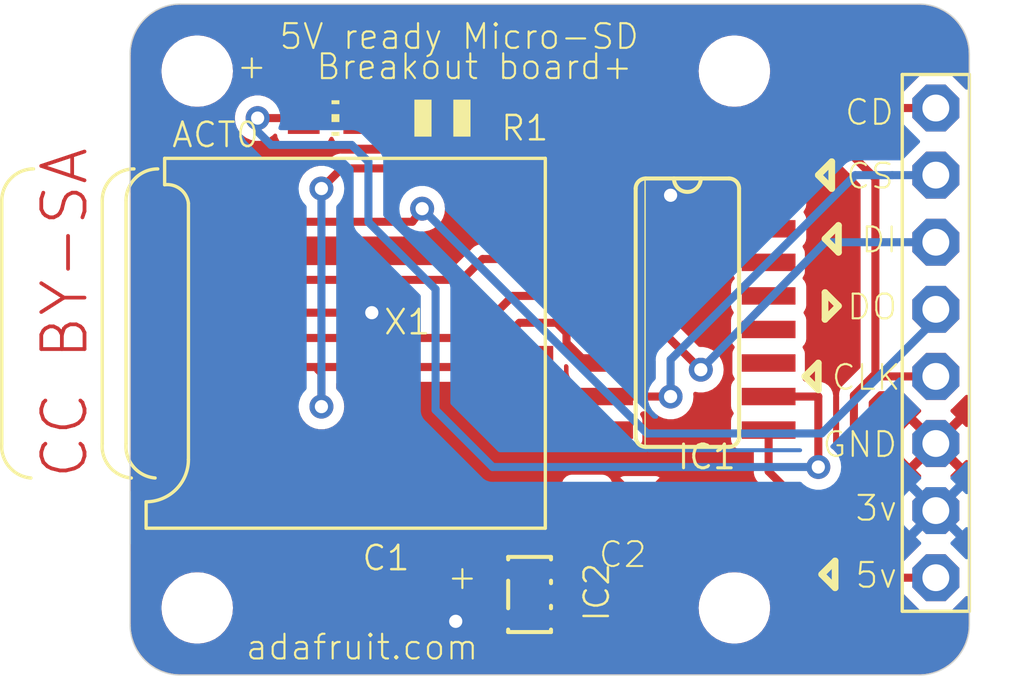
<source format=kicad_pcb>
(kicad_pcb (version 20221018) (generator pcbnew)
  (layers (0 "F.Cu" signal) (1 "In1.Cu" signal) (2 "In2.Cu" signal) (3 "In3.Cu" signal) (4 "In4.Cu" signal) (5 "In5.Cu" signal) (6 "In6.Cu" signal) (7 "In7.Cu" signal) (8 "In8.Cu" signal) (9 "In9.Cu" signal) (10 "In10.Cu" signal) (11 "In11.Cu" signal) (12 "In12.Cu" signal) (13 "In13.Cu" signal) (14 "In14.Cu" signal) (31 "B.Cu" signal) (34 "B.Paste" user) (35 "F.Paste" user) (36 "B.SilkS" user "B.Silkscreen") (37 "F.SilkS" user "F.Silkscreen") (38 "B.Mask" user) (39 "F.Mask" user) (44 "Edge.Cuts" user))
  (net 0 "")
  (net 1 "GND")
  (net 2 "+3V3")
  (net 3 "N$1")
  (net 4 "N$2")
  (net 5 "N$3")
  (net 6 "VCC")
  (net 7 "CD")
  (net 8 "DO")
  (net 9 "DI")
  (net 10 "CLK")
  (net 11 "CS")
  (net 12 "N$4")
  (net 13 "N$5")
  (footprint "" (layer "F.Cu") (at 155.4861 94.8436)
    (fp_text reference "@HOLE2" hide)
    (fp_text value "" (at 0 0) (layer "F.SilkS") (effects (font (size 1.27 1.27))))
    (pad "" np_thru_hole circle (at 0 0) (size 2.2 2.2) (drill 2.2) (layers "*.Cu" "*.Mask"))
  )
  (footprint "" (layer "F.Cu") (at 135.1661 115.1636)
    (fp_text reference "@HOLE1" hide)
    (fp_text value "" (at 0 0) (layer "F.SilkS") (effects (font (size 1.27 1.27))))
    (pad "" np_thru_hole circle (at 0 0) (size 2.2 2.2) (drill 2.2) (layers "*.Cu" "*.Mask"))
  )
  (footprint "working:SO16" (layer "F.Cu") (at 153.7081 103.9876 -90)
    (fp_text reference "IC1" (at 5.461 -1.905) (layer "F.SilkS") (effects (font (size 0.9017 0.9017) (thickness 0.1143)) (justify right)))
    (fp_text value "4050D")
    (fp_line (start -5.08 -1.5748) (end -5.08 -0.508) (stroke (width 0.1524)) (layer "F.SilkS"))
    (fp_line (start -5.08 -0.508) (end -5.08 0.508) (stroke (width 0.1524)) (layer "F.SilkS"))
    (fp_line (start -5.08 0.508) (end -5.08 1.5748) (stroke (width 0.1524)) (layer "F.SilkS"))
    (fp_line (start -5.08 1.6002) (end 5.08 1.6002) (stroke (width 0.0508)) (layer "F.SilkS"))
    (fp_line (start -4.699 1.9558) (end 4.699 1.9558) (stroke (width 0.1524)) (layer "F.SilkS"))
    (fp_line (start 4.699 -1.9558) (end -4.699 -1.9558) (stroke (width 0.1524)) (layer "F.SilkS"))
    (fp_line (start 5.08 1.5748) (end 5.08 -1.5748) (stroke (width 0.1524)) (layer "F.SilkS"))
    (fp_arc (start -5.08 -1.5748) (mid -4.968408 -1.844208) (end -4.699 -1.9558) (stroke (width 0.1524)) (layer "F.SilkS"))
    (fp_arc (start -5.08 -0.508) (mid -4.572 0) (end -5.08 0.508) (stroke (width 0.1524)) (layer "F.SilkS"))
    (fp_arc (start -4.699 1.9558) (mid -4.968408 1.844208) (end -5.08 1.5748) (stroke (width 0.1524)) (layer "F.SilkS"))
    (fp_arc (start 4.699 -1.9558) (mid 4.968408 -1.844208) (end 5.08 -1.5748) (stroke (width 0.1524)) (layer "F.SilkS"))
    (fp_arc (start 5.08 1.5748) (mid 4.968408 1.844208) (end 4.699 1.9558) (stroke (width 0.1524)) (layer "F.SilkS"))
    (pad "1" smd rect (at -4.445 3.0734 270) (size 0.6604 2.032) (layers "F.Cu" "F.Paste" "F.Mask") (net 2 "+3V3"))
    (pad "2" smd rect (at -3.175 3.0734 270) (size 0.6604 2.032) (layers "F.Cu" "F.Paste" "F.Mask") (net 4 "N$2"))
    (pad "3" smd rect (at -1.905 3.0734 270) (size 0.6604 2.032) (layers "F.Cu" "F.Paste" "F.Mask") (net 10 "CLK"))
    (pad "4" smd rect (at -0.635 3.0734 270) (size 0.6604 2.032) (layers "F.Cu" "F.Paste" "F.Mask") (net 13 "N$5"))
    (pad "5" smd rect (at 0.635 3.0734 270) (size 0.6604 2.032) (layers "F.Cu" "F.Paste" "F.Mask") (net 9 "DI"))
    (pad "6" smd rect (at 1.905 3.0734 270) (size 0.6604 2.032) (layers "F.Cu" "F.Paste" "F.Mask") (net 5 "N$3"))
    (pad "7" smd rect (at 3.175 3.0734 270) (size 0.6604 2.032) (layers "F.Cu" "F.Paste" "F.Mask") (net 11 "CS"))
    (pad "8" smd rect (at 4.445 3.0734 270) (size 0.6604 2.032) (layers "F.Cu" "F.Paste" "F.Mask") (net 1 "GND"))
    (pad "9" smd rect (at 4.445 -3.0734 270) (size 0.6604 2.032) (layers "F.Cu" "F.Paste" "F.Mask") (net 10 "CLK"))
    (pad "10" smd rect (at 3.175 -3.0734 270) (size 0.6604 2.032) (layers "F.Cu" "F.Paste" "F.Mask") (net 3 "N$1"))
    (pad "11" smd rect (at 1.905 -3.0734 270) (size 0.6604 2.032) (layers "F.Cu" "F.Paste" "F.Mask") (net 1 "GND"))
    (pad "12" smd rect (at 0.635 -3.0734 270) (size 0.6604 2.032) (layers "F.Cu" "F.Paste" "F.Mask"))
    (pad "13" smd rect (at -0.635 -3.0734 270) (size 0.6604 2.032) (layers "F.Cu" "F.Paste" "F.Mask"))
    (pad "14" smd rect (at -1.905 -3.0734 270) (size 0.6604 2.032) (layers "F.Cu" "F.Paste" "F.Mask") (net 1 "GND"))
    (pad "15" smd rect (at -3.175 -3.0734 270) (size 0.6604 2.032) (layers "F.Cu" "F.Paste" "F.Mask"))
    (pad "16" smd rect (at -4.445 -3.0734 270) (size 0.6604 2.032) (layers "F.Cu" "F.Paste" "F.Mask"))
  )
  (footprint "" (layer "F.Cu") (at 155.4861 115.1636)
    (fp_text reference "@HOLE3" hide)
    (fp_text value "" (at 0 0) (layer "F.SilkS") (effects (font (size 1.27 1.27))))
    (pad "" np_thru_hole circle (at 0 0) (size 2.2 2.2) (drill 2.2) (layers "*.Cu" "*.Mask"))
  )
  (footprint "" (layer "F.Cu") (at 135.1661 94.8436)
    (fp_text reference "@HOLE0" hide)
    (fp_text value "" (at 0 0) (layer "F.SilkS") (effects (font (size 1.27 1.27))))
    (pad "" np_thru_hole circle (at 0 0) (size 2.2 2.2) (drill 2.2) (layers "*.Cu" "*.Mask"))
  )
  (footprint "working:A_3216-18R" (layer "F.Cu") (at 142.0241 114.5286)
    (fp_text reference "C1" (at -0.68 -1.254) (layer "F.SilkS") (effects (font (size 0.922528 0.922528) (thickness 0.093472)) (justify left)))
    (fp_text value "10uF/10V")
    (fp_text user "+" (at 2.54 0) (layer "F.SilkS") (effects (font (size 0.93472 0.93472) (thickness 0.08128)) (justify left bottom)))
    (pad "+" smd rect (at 1.375 0) (size 1.95 1.5) (layers "F.Cu" "F.Paste" "F.Mask") (net 2 "+3V3"))
    (pad "-" smd rect (at -1.375 0) (size 1.95 1.5) (layers "F.Cu" "F.Paste" "F.Mask") (net 1 "GND"))
  )
  (footprint "working:FIDUCIAL_1MM" (layer "F.Cu") (at 159.1691 94.2086)
    (fp_text reference "U$2" hide)
    (fp_text value "FIDUCIAL" hide)
    (pad "1" smd roundrect (at 0 0) (size 1 1) (layers "F.Cu") (roundrect_rratio 0.5))
    (zone (net 0) (net_name "") (layer "F.Cu") (connect_pads (clearance 0)) (min_thickness 0.25)
      (keepout (tracks not_allowed) (vias not_allowed) (pads not_allowed) (copperpour not_allowed) (footprints allowed))
      (fill (thermal_gap 0.5) (thermal_bridge_width 0.5))
      (polygon (pts (xy 158.1691 94.2086) (xy 158.1691 94.2086) (xy 158.188315 94.40369) (xy 158.24522 94.591283) (xy 158.33763 94.76417) (xy 158.461993 94.915707) (xy 158.61353 95.04007) (xy 158.786417 95.13248) (xy 159.1691 95.2086) (xy 159.1691 95.2086) (xy 159.36419 95.189385) (xy 159.551783 95.13248) (xy 159.72467 95.04007) (xy 159.876207 94.915707) (xy 160.00057 94.76417) (xy 160.09298 94.591283) (xy 160.1691 94.2086) (xy 160.1691 94.2086) (xy 160.149885 94.01351) (xy 160.09298 93.825917) (xy 160.00057 93.65303) (xy 159.876207 93.501493) (xy 159.72467 93.37713) (xy 159.551783 93.28472) (xy 159.1691 93.2086) (xy 159.1691 93.2086) (xy 158.97401 93.227815) (xy 158.786417 93.28472) (xy 158.61353 93.37713) (xy 158.461993 93.501493) (xy 158.33763 93.65303) (xy 158.24522 93.825917)))
    )
  )
  (footprint "working:SOT23-5L" (layer "F.Cu") (at 147.7391 114.6556 90)
    (fp_text reference "IC2" (at 1.27 2.54 90) (layer "F.SilkS") (effects (font (size 0.922528 0.922528) (thickness 0.093472)) (justify right)))
    (fp_text value "LP298XS")
    (fp_line (start -1.422 -0.81) (end -1.328 -0.81) (stroke (width 0.1524)) (layer "F.SilkS"))
    (fp_line (start -1.422 0.81) (end -1.422 -0.81) (stroke (width 0.1524)) (layer "F.SilkS"))
    (fp_line (start -1.328 0.81) (end -1.422 0.81) (stroke (width 0.1524)) (layer "F.SilkS"))
    (fp_line (start -0.522 -0.81) (end 0.522 -0.81) (stroke (width 0.1524)) (layer "F.SilkS"))
    (fp_line (start -0.428 0.81) (end -0.522 0.81) (stroke (width 0.1524)) (layer "F.SilkS"))
    (fp_line (start 0.522 0.81) (end 0.428 0.81) (stroke (width 0.1524)) (layer "F.SilkS"))
    (fp_line (start 1.328 -0.81) (end 1.422 -0.81) (stroke (width 0.1524)) (layer "F.SilkS"))
    (fp_line (start 1.422 -0.81) (end 1.422 0.81) (stroke (width 0.1524)) (layer "F.SilkS"))
    (fp_line (start 1.422 0.81) (end 1.328 0.81) (stroke (width 0.1524)) (layer "F.SilkS"))
    (pad "1" smd rect (at -0.95 1.3 90) (size 0.55 1.2) (layers "F.Cu" "F.Paste" "F.Mask") (net 6 "VCC"))
    (pad "2" smd rect (at 0 1.3 90) (size 0.55 1.2) (layers "F.Cu" "F.Paste" "F.Mask") (net 1 "GND"))
    (pad "3" smd rect (at 0.95 1.3 90) (size 0.55 1.2) (layers "F.Cu" "F.Paste" "F.Mask") (net 6 "VCC"))
    (pad "4" smd rect (at 0.95 -1.3 90) (size 0.55 1.2) (layers "F.Cu" "F.Paste" "F.Mask"))
    (pad "5" smd rect (at -0.95 -1.3 90) (size 0.55 1.2) (layers "F.Cu" "F.Paste" "F.Mask") (net 2 "+3V3"))
  )
  (footprint "working:FIDUCIAL_1MM" (layer "F.Cu") (at 137.7061 109.9566)
    (fp_text reference "U$1" hide)
    (fp_text value "FIDUCIAL" hide)
    (pad "1" smd roundrect (at 0 0) (size 1 1) (layers "F.Cu") (roundrect_rratio 0.5))
    (zone (net 0) (net_name "") (layer "F.Cu") (connect_pads (clearance 0)) (min_thickness 0.25)
      (keepout (tracks not_allowed) (vias not_allowed) (pads not_allowed) (copperpour not_allowed) (footprints allowed))
      (fill (thermal_gap 0.5) (thermal_bridge_width 0.5))
      (polygon (pts (xy 136.7061 109.9566) (xy 136.7061 109.9566) (xy 136.725315 110.15169) (xy 136.78222 110.339283) (xy 136.87463 110.51217) (xy 136.998993 110.663707) (xy 137.15053 110.78807) (xy 137.323417 110.88048) (xy 137.7061 110.9566) (xy 137.7061 110.9566) (xy 137.90119 110.937385) (xy 138.088783 110.88048) (xy 138.26167 110.78807) (xy 138.413207 110.663707) (xy 138.53757 110.51217) (xy 138.62998 110.339283) (xy 138.7061 109.9566) (xy 138.7061 109.9566) (xy 138.686885 109.76151) (xy 138.62998 109.573917) (xy 138.53757 109.40103) (xy 138.413207 109.249493) (xy 138.26167 109.12513) (xy 138.088783 109.03272) (xy 137.7061 108.9566) (xy 137.7061 108.9566) (xy 137.51101 108.975815) (xy 137.323417 109.03272) (xy 137.15053 109.12513) (xy 136.998993 109.249493) (xy 136.87463 109.40103) (xy 136.78222 109.573917)))
    )
  )
  (footprint "working:R0805" (layer "F.Cu") (at 144.4371 96.6216 180)
    (fp_text reference "R1" (at -2.159 -0.381) (layer "F.SilkS") (effects (font (size 0.922528 0.922528) (thickness 0.093472)) (justify left)))
    (fp_text value "1K")
    (fp_poly (pts (xy -1.0668 0.6985) (xy -0.4168 0.6985) (xy -0.4168 -0.7015) (xy -1.0668 -0.7015)) (fill solid) (layer "F.SilkS"))
    (fp_poly (pts (xy 0.4064 0.6985) (xy 1.0564 0.6985) (xy 1.0564 -0.7015) (xy 0.4064 -0.7015)) (fill solid) (layer "F.SilkS"))
    (pad "1" smd rect (at -1 0 180) (size 1.1 1.4) (layers "F.Cu" "F.Paste" "F.Mask") (net 5 "N$3"))
    (pad "2" smd rect (at 1 0 180) (size 1.1 1.4) (layers "F.Cu" "F.Paste" "F.Mask") (net 12 "N$4"))
  )
  (footprint "working:CHIP-LED0805" (layer "F.Cu") (at 140.2461 96.6216 -90)
    (fp_text reference "ACT0" (at 0.635 6.096) (layer "F.SilkS") (effects (font (size 0.922528 0.922528) (thickness 0.093472)) (justify left)))
    (fp_text value "RED")
    (fp_text user "+" (at -1.27 2.54 -90) (layer "F.SilkS") (effects (font (size 0.93472 0.93472) (thickness 0.08128)) (justify left bottom)))
    (fp_poly (pts (xy -0.675 0) (xy -0.525 0) (xy -0.525 -0.3) (xy -0.675 -0.3)) (fill solid) (layer "F.SilkS"))
    (fp_poly (pts (xy -0.15 0) (xy 0.15 0) (xy 0.15 -0.3) (xy -0.15 -0.3)) (fill solid) (layer "F.SilkS"))
    (fp_poly (pts (xy 0.525 0) (xy 0.675 0) (xy 0.675 -0.3) (xy 0.525 -0.3)) (fill solid) (layer "F.SilkS"))
    (pad "A" smd rect (at 0 1.05 270) (size 1.2 1.2) (layers "F.Cu" "F.Paste" "F.Mask") (net 3 "N$1"))
    (pad "C" smd rect (at 0 -1.05 270) (size 1.2 1.2) (layers "F.Cu" "F.Paste" "F.Mask") (net 12 "N$4"))
  )
  (footprint "working:1X08-BIG" (layer "F.Cu") (at 163.1061 105.1306 90)
    (fp_text reference "JP1" hide)
    (fp_text value "")
    (fp_line (start -10.16 -1.27) (end 10.16 -1.27) (stroke (width 0.127)) (layer "F.SilkS"))
    (fp_line (start -10.16 1.27) (end -10.16 -1.27) (stroke (width 0.127)) (layer "F.SilkS"))
    (fp_line (start 10.16 -1.27) (end 10.16 1.27) (stroke (width 0.127)) (layer "F.SilkS"))
    (fp_line (start 10.16 1.27) (end -10.16 1.27) (stroke (width 0.127)) (layer "F.SilkS"))
    (pad "1" thru_hole roundrect (at -8.89 0 180) (size 1.778 1.778) (drill 1.016) (layers "*.Cu" "*.Mask") (chamfer_ratio 0.2928932188) (chamfer top_left top_right bottom_left bottom_right) (net 6 "VCC"))
    (pad "2" thru_hole roundrect (at -6.35 0 180) (size 1.778 1.778) (drill 1.016) (layers "*.Cu" "*.Mask") (chamfer_ratio 0.2928932188) (chamfer top_left top_right bottom_left bottom_right) (net 2 "+3V3"))
    (pad "3" thru_hole roundrect (at -3.81 0 180) (size 1.778 1.778) (drill 1.016) (layers "*.Cu" "*.Mask") (chamfer_ratio 0.2928932188) (chamfer top_left top_right bottom_left bottom_right) (net 1 "GND"))
    (pad "4" thru_hole roundrect (at -1.27 0 180) (size 1.778 1.778) (drill 1.016) (layers "*.Cu" "*.Mask") (chamfer_ratio 0.2928932188) (chamfer top_left top_right bottom_left bottom_right) (net 10 "CLK"))
    (pad "5" thru_hole roundrect (at 1.27 0 180) (size 1.778 1.778) (drill 1.016) (layers "*.Cu" "*.Mask") (chamfer_ratio 0.2928932188) (chamfer top_left top_right bottom_left bottom_right) (net 8 "DO"))
    (pad "6" thru_hole roundrect (at 3.81 0 180) (size 1.778 1.778) (drill 1.016) (layers "*.Cu" "*.Mask") (chamfer_ratio 0.2928932188) (chamfer top_left top_right bottom_left bottom_right) (net 9 "DI"))
    (pad "7" thru_hole roundrect (at 6.35 0 180) (size 1.778 1.778) (drill 1.016) (layers "*.Cu" "*.Mask") (chamfer_ratio 0.2928932188) (chamfer top_left top_right bottom_left bottom_right) (net 11 "CS"))
    (pad "8" thru_hole roundrect (at 8.89 0 180) (size 1.778 1.778) (drill 1.016) (layers "*.Cu" "*.Mask") (chamfer_ratio 0.2928932188) (chamfer top_left top_right bottom_left bottom_right) (net 7 "CD"))
  )
  (footprint "working:MICROSD" (layer "F.Cu") (at 148.3741 98.1456 -90)
    (fp_text reference "X1" (at 6.199 6.206) (layer "F.SilkS") (effects (font (size 0.922528 0.922528) (thickness 0.093472)) (justify left)))
    (fp_text value "MICROSD" hide)
    (fp_line (start 0 0.04) (end 0 14.44) (stroke (width 0.127)) (layer "F.SilkS"))
    (fp_line (start 0 14.44) (end 1 14.44) (stroke (width 0.127)) (layer "F.SilkS"))
    (fp_line (start 1.6 15.9) (end 10.8 15.9) (stroke (width 0.127)) (layer "F.SilkS"))
    (fp_line (start 1.6 16.8) (end 10.8 16.8) (stroke (width 0.127)) (layer "F.SilkS"))
    (fp_line (start 1.6 20.6) (end 10.8 20.6) (stroke (width 0.127)) (layer "F.SilkS"))
    (fp_line (start 1.7 13.54) (end 11.4 13.54) (stroke (width 0.127)) (layer "F.SilkS"))
    (fp_line (start 13 15.14) (end 14 15.14) (stroke (width 0.127)) (layer "F.SilkS"))
    (fp_line (start 14 0.04) (end 0 0.04) (stroke (width 0.127)) (layer "F.SilkS"))
    (fp_line (start 14 15.14) (end 14 0.04) (stroke (width 0.127)) (layer "F.SilkS"))
    (fp_arc (start 1 14.44) (mid 1.163604 13.845025) (end 1.7 13.54) (stroke (width 0.127)) (layer "F.SilkS"))
    (fp_arc (start 1.6 15.9) (mid 0.751472 15.548528) (end 0.4 14.7) (stroke (width 0.127)) (layer "F.SilkS"))
    (fp_arc (start 1.6 16.8) (mid 0.751472 16.448528) (end 0.4 15.6) (stroke (width 0.127)) (layer "F.SilkS"))
    (fp_arc (start 1.6 20.6) (mid 0.751472 20.248528) (end 0.4 19.4) (stroke (width 0.127)) (layer "F.SilkS"))
    (fp_arc (start 11.4 13.54) (mid 12.531371 14.008629) (end 13 15.14) (stroke (width 0.127)) (layer "F.SilkS"))
    (fp_arc (start 12.1 14.8) (mid 11.677817 15.619239) (end 10.8 15.9) (stroke (width 0.127)) (layer "F.SilkS"))
    (fp_arc (start 12.1 15.7) (mid 11.677817 16.519239) (end 10.8 16.8) (stroke (width 0.127)) (layer "F.SilkS"))
    (fp_arc (start 12.1 19.5) (mid 11.677817 20.319239) (end 10.8 20.6) (stroke (width 0.127)) (layer "F.SilkS"))
    (pad "1" smd rect (at 9 10.64 270) (size 0.7 1.5) (layers "F.Cu" "F.Paste" "F.Mask"))
    (pad "2" smd rect (at 7.9 10.24 270) (size 0.7 1.5) (layers "F.Cu" "F.Paste" "F.Mask") (net 5 "N$3"))
    (pad "3" smd rect (at 6.8 10.64 270) (size 0.7 1.5) (layers "F.Cu" "F.Paste" "F.Mask") (net 13 "N$5"))
    (pad "4" smd rect (at 5.7 11.04 270) (size 0.7 1.5) (layers "F.Cu" "F.Paste" "F.Mask") (net 2 "+3V3"))
    (pad "5" smd rect (at 4.6 10.64 270) (size 0.7 1.5) (layers "F.Cu" "F.Paste" "F.Mask") (net 4 "N$2"))
    (pad "6" smd rect (at 3.5 11.04 270) (size 0.7 1.5) (layers "F.Cu" "F.Paste" "F.Mask") (net 1 "GND"))
    (pad "7" smd rect (at 2.4 10.64 270) (size 0.7 1.5) (layers "F.Cu" "F.Paste" "F.Mask") (net 8 "DO"))
    (pad "8" smd rect (at 1.3 10.64 270) (size 0.7 1.5) (layers "F.Cu" "F.Paste" "F.Mask"))
    (pad "CD1" smd rect (at 2 0.44) (size 1.4 1.8) (layers "F.Cu" "F.Paste" "F.Mask") (net 7 "CD"))
    (pad "CD2" smd rect (at 8 0.44) (size 1.4 1.8) (layers "F.Cu" "F.Paste" "F.Mask"))
    (pad "MT1" smd rect (at 0.4 13.54 270) (size 1.4 1.9) (layers "F.Cu" "F.Paste" "F.Mask") (net 1 "GND"))
    (pad "MT2" smd rect (at 13.6 14.44 270) (size 1.4 1.9) (layers "F.Cu" "F.Paste" "F.Mask") (net 1 "GND"))
  )
  (footprint "working:C0805K" (layer "F.Cu") (at 150.9141 111.2266)
    (fp_text reference "C2" (at -0.619 1.919) (layer "F.SilkS") (effects (font (size 0.941222 0.941222) (thickness 0.074778)) (justify left)))
    (fp_text value "0.1uF")
    (pad "1" smd rect (at -1 0) (size 1.1 1.4) (layers "F.Cu" "F.Paste" "F.Mask") (net 6 "VCC"))
    (pad "2" smd rect (at 1 0) (size 1.1 1.4) (layers "F.Cu" "F.Paste" "F.Mask") (net 1 "GND"))
  )
  (gr_line (start 159.2961 114.4016) (end 158.7881 113.8936) (stroke (width 0.254)) (layer "F.SilkS"))
  (gr_line (start 159.1691 98.2726) (end 159.1691 99.2886) (stroke (width 0.254)) (layer "F.SilkS"))
  (gr_line (start 158.6611 106.9086) (end 158.1531 106.4006) (stroke (width 0.254)) (layer "F.SilkS"))
  (gr_line (start 158.9151 101.1936) (end 159.4231 100.6856) (stroke (width 0.254)) (layer "F.SilkS"))
  (gr_line (start 159.4231 101.7016) (end 158.9151 101.1936) (stroke (width 0.254)) (layer "F.SilkS"))
  (gr_line (start 158.6611 105.8926) (end 158.6611 106.9086) (stroke (width 0.254)) (layer "F.SilkS"))
  (gr_line (start 159.1691 99.2886) (end 158.6611 98.7806) (stroke (width 0.254)) (layer "F.SilkS"))
  (gr_line (start 158.1531 106.4006) (end 158.6611 105.8926) (stroke (width 0.254)) (layer "F.SilkS"))
  (gr_line (start 159.4231 100.6856) (end 159.4231 101.7016) (stroke (width 0.254)) (layer "F.SilkS"))
  (gr_line (start 158.7881 113.8936) (end 159.2961 113.3856) (stroke (width 0.254)) (layer "F.SilkS"))
  (gr_line (start 158.9151 103.2256) (end 159.4231 103.7336) (stroke (width 0.254)) (layer "F.SilkS"))
  (gr_line (start 159.2961 113.3856) (end 159.2961 114.4016) (stroke (width 0.254)) (layer "F.SilkS"))
  (gr_line (start 158.9151 104.2416) (end 158.9151 103.2256) (stroke (width 0.254)) (layer "F.SilkS"))
  (gr_line (start 159.4231 103.7336) (end 158.9151 104.2416) (stroke (width 0.254)) (layer "F.SilkS"))
  (gr_line (start 158.6611 98.7806) (end 159.1691 98.2726) (stroke (width 0.254)) (layer "F.SilkS"))
  (gr_arc (start 132.6261 94.2086) (mid 133.184062 92.861562) (end 134.5311 92.3036) (stroke (width 0.05)) (layer "Edge.Cuts"))
  (gr_line (start 132.6261 115.7986) (end 132.6261 94.2086) (stroke (width 0.05)) (layer "Edge.Cuts"))
  (gr_line (start 164.3761 94.2086) (end 164.3761 115.7986) (stroke (width 0.05)) (layer "Edge.Cuts"))
  (gr_arc (start 134.5311 117.7036) (mid 133.184062 117.145638) (end 132.6261 115.7986) (stroke (width 0.05)) (layer "Edge.Cuts"))
  (gr_line (start 134.5311 92.3036) (end 162.4711 92.3036) (stroke (width 0.05)) (layer "Edge.Cuts"))
  (gr_arc (start 162.4711 92.3036) (mid 163.818138 92.861562) (end 164.3761 94.2086) (stroke (width 0.05)) (layer "Edge.Cuts"))
  (gr_line (start 162.4711 117.7036) (end 134.5311 117.7036) (stroke (width 0.05)) (layer "Edge.Cuts"))
  (gr_arc (start 164.3761 115.7986) (mid 163.818138 117.145638) (end 162.4711 117.7036) (stroke (width 0.05)) (layer "Edge.Cuts"))
  (gr_text "CC BY-SA" (at 129.1971 97.6376 90) (layer "F.Cu") (effects (font (size 1.63576 1.63576) (thickness 0.14224)) (justify right top)))
  (gr_text "3v" (at 161.7091 110.8456) (layer "F.SilkS") (effects (font (size 0.93472 0.93472) (thickness 0.08128)) (justify right top)))
  (gr_text "CS" (at 161.5821 98.2726) (layer "F.SilkS") (effects (font (size 0.93472 0.93472) (thickness 0.08128)) (justify right top)))
  (gr_text "DI" (at 161.7091 100.6856) (layer "F.SilkS") (effects (font (size 0.93472 0.93472) (thickness 0.08128)) (justify right top)))
  (gr_text "adafruit.com" (at 136.9441 117.1956) (layer "F.SilkS") (effects (font (size 0.93472 0.93472) (thickness 0.08128)) (justify left bottom)))
  (gr_text "DO" (at 161.7091 103.2256) (layer "F.SilkS") (effects (font (size 0.93472 0.93472) (thickness 0.08128)) (justify right top)))
  (gr_text "5V ready Micro-SD" (at 138.2141 94.0816) (layer "F.SilkS") (effects (font (size 0.93472 0.93472) (thickness 0.08128)) (justify left bottom)))
  (gr_text "CD" (at 161.5821 95.8596) (layer "F.SilkS") (effects (font (size 0.93472 0.93472) (thickness 0.08128)) (justify right top)))
  (gr_text "CLK" (at 161.8361 105.8926) (layer "F.SilkS") (effects (font (size 0.93472 0.93472) (thickness 0.08128)) (justify right top)))
  (gr_text "5v" (at 161.7091 113.3856) (layer "F.SilkS") (effects (font (size 0.93472 0.93472) (thickness 0.08128)) (justify right top)))
  (gr_text "Breakout board+" (at 139.6111 95.2246) (layer "F.SilkS") (effects (font (size 0.93472 0.93472) (thickness 0.08128)) (justify left bottom)))
  (gr_text "GND" (at 161.7091 108.4326) (layer "F.SilkS") (effects (font (size 0.93472 0.93472) (thickness 0.08128)) (justify right top)))
  (segment (start 146.3731 115.6716) (end 146.4391 115.6056) (width 0.3048) (layer "F.Cu") (net 2))
  (segment (start 137.3491 103.9876) (end 141.7701 103.9876) (width 0.3048) (layer "F.Cu") (net 2))
  (segment (start 144.9451 115.6716) (end 144.9761 115.6716) (width 0.3048) (layer "F.Cu") (net 2))
  (segment (start 137.3341 103.8456) (end 137.3491 103.9876) (width 0.3048) (layer "F.Cu") (net 2))
  (segment (start 150.6347 99.5426) (end 153.0731 99.5426) (width 0.3048) (layer "F.Cu") (net 2))
  (segment (start 143.8021 115.6716) (end 143.8021 114.5286) (width 0.3048) (layer "F.Cu") (net 2))
  (segment (start 144.9451 115.6716) (end 146.3731 115.6716) (width 0.3048) (layer "F.Cu") (net 2))
  (segment (start 143.8021 114.5286) (end 143.3991 114.5286) (width 0.3048) (layer "F.Cu") (net 2))
  (segment (start 144.9451 115.6716) (end 143.8021 115.6716) (width 0.3048) (layer "F.Cu") (net 2))
  (via (at 144.9451 115.6716) (size 0.9064) (drill 0.5) (layers "F.Cu" "B.Cu") (net 2))
  (via (at 153.0731 99.5426) (size 0.9064) (drill 0.5) (layers "F.Cu" "B.Cu") (net 2))
  (via (at 141.7701 103.9876) (size 0.9064) (drill 0.5) (layers "F.Cu" "B.Cu") (net 2))
  (segment (start 141.7701 103.9876) (end 141.2621 103.9876) (width 0.3048) (layer "B.Cu") (net 2))
  (segment (start 141.6431 115.5446) (end 144.9451 115.6716) (width 0.3048) (layer "B.Cu") (net 2))
  (segment (start 153.0731 99.5426) (end 152.1841 98.7806) (width 0.3048) (layer "B.Cu") (net 2))
  (segment (start 141.6431 115.4176) (end 141.6431 115.5446) (width 0.3048) (layer "B.Cu") (net 2))
  (segment (start 158.6611 109.8296) (end 158.6611 107.1626) (width 0.3048) (layer "F.Cu") (net 3))
  (segment (start 137.4521 96.6216) (end 139.1961 96.6216) (width 0.3048) (layer "F.Cu") (net 3))
  (segment (start 158.6611 107.1626) (end 156.7815 107.1626) (width 0.3048) (layer "F.Cu") (net 3))
  (via (at 158.6611 109.8296) (size 0.9064) (drill 0.5) (layers "F.Cu" "B.Cu") (net 3))
  (via (at 137.4521 96.6216) (size 0.9064) (drill 0.5) (layers "F.Cu" "B.Cu") (net 3))
  (segment (start 146.3421 109.8296) (end 158.6611 109.8296) (width 0.3048) (layer "B.Cu") (net 3))
  (segment (start 144.1831 107.6706) (end 146.3421 109.8296) (width 0.3048) (layer "B.Cu") (net 3))
  (segment (start 141.6431 98.2726) (end 141.0081 97.6376) (width 0.3048) (layer "B.Cu") (net 3))
  (segment (start 144.1831 107.6706) (end 144.1831 103.0986) (width 0.3048) (layer "B.Cu") (net 3))
  (segment (start 141.6431 100.5586) (end 141.6431 98.2726) (width 0.3048) (layer "B.Cu") (net 3))
  (segment (start 137.4521 97.1296) (end 137.4521 96.6216) (width 0.3048) (layer "B.Cu") (net 3))
  (segment (start 137.9601 97.6376) (end 137.4521 97.1296) (width 0.3048) (layer "B.Cu") (net 3))
  (segment (start 141.0081 97.6376) (end 137.9601 97.6376) (width 0.3048) (layer "B.Cu") (net 3))
  (segment (start 144.1831 103.0986) (end 141.6431 100.5586) (width 0.3048) (layer "B.Cu") (net 3))
  (segment (start 148.6281 101.9556) (end 149.7711 100.8126) (width 0.3048) (layer "F.Cu") (net 4))
  (segment (start 150.6347 100.8126) (end 150.7871 100.8126) (width 0.3048) (layer "F.Cu") (net 4))
  (segment (start 145.9611 101.9556) (end 148.6281 101.9556) (width 0.3048) (layer "F.Cu") (net 4))
  (segment (start 149.7711 100.8126) (end 150.6347 100.8126) (width 0.3048) (layer "F.Cu") (net 4))
  (segment (start 145.1711 102.7456) (end 145.9611 101.9556) (width 0.3048) (layer "F.Cu") (net 4))
  (segment (start 137.7341 102.7456) (end 145.1711 102.7456) (width 0.3048) (layer "F.Cu") (net 4))
  (segment (start 138.1341 106.0456) (end 139.7381 106.0456) (width 0.3048) (layer "F.Cu") (net 5))
  (segment (start 149.1361 104.7496) (end 149.1361 105.1306) (width 0.3048) (layer "F.Cu") (net 5))
  (segment (start 139.7381 106.0456) (end 145.6811 106.0456) (width 0.3048) (layer "F.Cu") (net 5))
  (segment (start 144.9451 98.5266) (end 145.4371 98.0346) (width 0.3048) (layer "F.Cu") (net 5))
  (segment (start 147.3581 104.3686) (end 148.7551 104.3686) (width 0.3048) (layer "F.Cu") (net 5))
  (segment (start 150.7871 105.8926) (end 150.9141 105.7656) (width 0.3048) (layer "F.Cu") (net 5))
  (segment (start 139.8651 99.2886) (end 140.6271 98.5266) (width 0.3048) (layer "F.Cu") (net 5))
  (segment (start 150.7871 105.8926) (end 150.6347 105.8926) (width 0.3048) (layer "F.Cu") (net 5))
  (segment (start 149.8981 105.8926) (end 150.7871 105.8926) (width 0.3048) (layer "F.Cu") (net 5))
  (segment (start 149.1361 105.1306) (end 149.8981 105.8926) (width 0.3048) (layer "F.Cu") (net 5))
  (segment (start 145.6811 106.0456) (end 147.3581 104.3686) (width 0.3048) (layer "F.Cu") (net 5))
  (segment (start 145.4371 98.0346) (end 145.4371 96.6216) (width 0.3048) (layer "F.Cu") (net 5))
  (segment (start 139.8651 106.2736) (end 139.8651 107.5436) (width 0.3048) (layer "F.Cu") (net 5))
  (segment (start 140.6271 98.5266) (end 144.9451 98.5266) (width 0.3048) (layer "F.Cu") (net 5))
  (segment (start 139.7381 106.0456) (end 139.7381 106.1466) (width 0.3048) (layer "F.Cu") (net 5))
  (segment (start 139.7381 106.1466) (end 139.8651 106.2736) (width 0.3048) (layer "F.Cu") (net 5))
  (segment (start 148.7551 104.3686) (end 149.1361 104.7496) (width 0.3048) (layer "F.Cu") (net 5))
  (via (at 139.8651 107.5436) (size 0.9064) (drill 0.5) (layers "F.Cu" "B.Cu") (net 5))
  (via (at 139.8651 99.2886) (size 0.9064) (drill 0.5) (layers "F.Cu" "B.Cu") (net 5))
  (segment (start 139.8651 107.5436) (end 139.8651 99.2886) (width 0.3048) (layer "B.Cu") (net 5))
  (segment (start 149.0091 113.7056) (end 149.8981 112.4966) (width 0.3048) (layer "F.Cu") (net 6))
  (segment (start 149.1361 115.6056) (end 149.1361 115.5446) (width 0.3048) (layer "F.Cu") (net 6))
  (segment (start 149.0391 113.7056) (end 149.0091 113.7056) (width 0.3048) (layer "F.Cu") (net 6))
  (segment (start 149.9141 111.2266) (end 149.8981 111.2266) (width 0.3048) (layer "F.Cu") (net 6))
  (segment (start 149.7711 112.4966) (end 149.7711 111.3536) (width 0.3048) (layer "F.Cu") (net 6))
  (segment (start 150.7871 115.5446) (end 150.7871 113.7056) (width 0.3048) (layer "F.Cu") (net 6))
  (segment (start 159.6771 112.4966) (end 161.2011 114.0206) (width 0.3048) (layer "F.Cu") (net 6))
  (segment (start 149.8981 111.2266) (end 149.7711 111.3536) (width 0.3048) (layer "F.Cu") (net 6))
  (segment (start 150.7871 113.7056) (end 149.0391 113.7056) (width 0.3048) (layer "F.Cu") (net 6))
  (segment (start 149.0391 115.6056) (end 149.1361 115.6056) (width 0.3048) (layer "F.Cu") (net 6))
  (segment (start 161.2011 114.0206) (end 163.1061 114.0206) (width 0.3048) (layer "F.Cu") (net 6))
  (segment (start 149.1361 115.5446) (end 150.7871 115.5446) (width 0.3048) (layer "F.Cu") (net 6))
  (segment (start 149.8981 112.4966) (end 149.7711 112.4966) (width 0.3048) (layer "F.Cu") (net 6))
  (segment (start 149.8981 112.4966) (end 149.9141 111.2266) (width 0.3048) (layer "F.Cu") (net 6))
  (segment (start 149.8981 112.4966) (end 159.6771 112.4966) (width 0.3048) (layer "F.Cu") (net 6))
  (segment (start 147.9341 100.1456) (end 147.8661 100.4316) (width 0.3048) (layer "F.Cu") (net 7))
  (segment (start 159.067601 97.1296) (end 159.345757 97.107712) (width 0.3048) (layer "F.Cu") (net 7))
  (segment (start 159.87484 96.935801) (end 160.3249 96.6088) (width 0.3048) (layer "F.Cu") (net 7))
  (segment (start 159.0676 97.1296) (end 159.067601 97.1296) (width 0.3048) (layer "F.Cu") (net 7))
  (segment (start 160.6931 96.2406) (end 163.1061 96.2406) (width 0.3048) (layer "F.Cu") (net 7))
  (segment (start 163.1061 96.2406) (end 163.4871 96.2406) (width 0.3048) (layer "F.Cu") (net 7))
  (segment (start 159.617064 97.042577) (end 159.87484 96.935801) (width 0.3048) (layer "F.Cu") (net 7))
  (segment (start 150.4421 97.1296) (end 159.0676 97.1296) (width 0.3048) (layer "F.Cu") (net 7))
  (segment (start 147.8661 100.4316) (end 147.8661 99.7056) (width 0.3048) (layer "F.Cu") (net 7))
  (segment (start 159.345757 97.107712) (end 159.617064 97.042577) (width 0.3048) (layer "F.Cu") (net 7))
  (segment (start 160.3249 96.6088) (end 160.6931 96.2406) (width 0.3048) (layer "F.Cu") (net 7))
  (segment (start 147.8661 99.7056) (end 150.4421 97.1296) (width 0.3048) (layer "F.Cu") (net 7))
  (segment (start 137.7341 100.5456) (end 143.3071 100.5456) (width 0.3048) (layer "F.Cu") (net 8))
  (segment (start 143.3071 100.5456) (end 143.6751 100.0506) (width 0.3048) (layer "F.Cu") (net 8))
  (via (at 143.6751 100.0506) (size 0.9064) (drill 0.5) (layers "F.Cu" "B.Cu") (net 8))
  (segment (start 163.3601 103.8606) (end 163.1061 103.8606) (width 0.3048) (layer "B.Cu") (net 8))
  (segment (start 158.7881 108.5596) (end 163.3601 103.9876) (width 0.3048) (layer "B.Cu") (net 8))
  (segment (start 152.1841 108.5596) (end 158.7881 108.5596) (width 0.3048) (layer "B.Cu") (net 8))
  (segment (start 163.3601 103.9876) (end 163.3601 103.8606) (width 0.3048) (layer "B.Cu") (net 8))
  (segment (start 143.6751 100.0506) (end 152.1841 108.5596) (width 0.3048) (layer "B.Cu") (net 8))
  (segment (start 150.6347 104.5413) (end 150.6296 104.5362) (width 0.3048) (layer "F.Cu") (net 9))
  (segment (start 150.6347 104.6226) (end 150.6347 104.5413) (width 0.3048) (layer "F.Cu") (net 9))
  (segment (start 152.6921 104.6226) (end 154.2161 106.1466) (width 0.3048) (layer "F.Cu") (net 9))
  (segment (start 150.716 104.6226) (end 152.6921 104.6226) (width 0.3048) (layer "F.Cu") (net 9))
  (segment (start 150.6347 104.5413) (end 150.716 104.6226) (width 0.3048) (layer "F.Cu") (net 9))
  (via (at 154.2161 106.1466) (size 0.9064) (drill 0.5) (layers "F.Cu" "B.Cu") (net 9))
  (segment (start 158.9151 101.3206) (end 163.1061 101.3206) (width 0.3048) (layer "B.Cu") (net 9))
  (segment (start 154.2161 106.1466) (end 158.9151 101.3206) (width 0.3048) (layer "B.Cu") (net 9))
  (segment (start 154.3431 97.8916) (end 154.3431 99.7966) (width 0.3048) (layer "F.Cu") (net 10))
  (segment (start 160.8201 106.4006) (end 163.1061 106.4006) (width 0.3048) (layer "F.Cu") (net 10))
  (segment (start 160.0073 107.1169) (end 160.7388 106.3854) (width 0.3048) (layer "F.Cu") (net 10))
  (segment (start 159.8041 97.8916) (end 154.3431 97.8916) (width 0.3048) (layer "F.Cu") (net 10))
  (segment (start 163.1061 106.4006) (end 163.3601 106.4006) (width 0.3048) (layer "F.Cu") (net 10))
  (segment (start 152.0571 102.0826) (end 150.6347 102.0826) (width 0.3048) (layer "F.Cu") (net 10))
  (segment (start 160.7388 106.3854) (end 160.754 106.4006) (width 0.3048) (layer "F.Cu") (net 10))
  (segment (start 154.3431 99.7966) (end 152.0571 102.0826) (width 0.3048) (layer "F.Cu") (net 10))
  (segment (start 156.7815 109.9973) (end 156.7815 108.4326) (width 0.3048) (layer "F.Cu") (net 10))
  (segment (start 160.8201 98.9076) (end 159.8041 97.8916) (width 0.3048) (layer "F.Cu") (net 10))
  (segment (start 160.0073 110.3884) (end 160.0073 107.1169) (width 0.3048) (layer "F.Cu") (net 10))
  (segment (start 157.7416 110.9574) (end 159.4383 110.9574) (width 0.3048) (layer "F.Cu") (net 10))
  (segment (start 160.8201 106.4006) (end 160.8201 98.9076) (width 0.3048) (layer "F.Cu") (net 10))
  (segment (start 159.4383 110.9574) (end 160.0073 110.3884) (width 0.3048) (layer "F.Cu") (net 10))
  (segment (start 160.754 106.4006) (end 160.8201 106.4006) (width 0.3048) (layer "F.Cu") (net 10))
  (segment (start 157.7416 110.9574) (end 156.7815 109.9973) (width 0.3048) (layer "F.Cu") (net 10))
  (segment (start 150.6347 107.1626) (end 153.0731 107.1626) (width 0.3048) (layer "F.Cu") (net 11))
  (via (at 153.0731 107.1626) (size 0.9064) (drill 0.5) (layers "F.Cu" "B.Cu") (net 11))
  (segment (start 153.0731 105.7656) (end 160.0581 98.7806) (width 0.3048) (layer "B.Cu") (net 11))
  (segment (start 161.4551 98.7806) (end 163.1061 98.7806) (width 0.3048) (layer "B.Cu") (net 11))
  (segment (start 163.1061 98.7806) (end 163.3601 98.7806) (width 0.3048) (layer "B.Cu") (net 11))
  (segment (start 153.0731 107.1626) (end 153.0731 105.7656) (width 0.3048) (layer "B.Cu") (net 11))
  (segment (start 160.0581 98.7806) (end 161.4551 98.7806) (width 0.3048) (layer "B.Cu") (net 11))
  (segment (start 141.2961 96.6216) (end 143.2941 96.6216) (width 0.3048) (layer "F.Cu") (net 12))
  (segment (start 143.2941 96.6216) (end 143.4211 96.4946) (width 0.3048) (layer "F.Cu") (net 12))
  (segment (start 143.4211 96.4946) (end 143.4371 96.5106) (width 0.3048) (layer "F.Cu") (net 12))
  (segment (start 143.4371 96.5106) (end 143.4371 96.6216) (width 0.3048) (layer "F.Cu") (net 12))
  (segment (start 147.1041 103.3526) (end 150.6347 103.3526) (width 0.3048) (layer "F.Cu") (net 13))
  (segment (start 137.7341 104.9456) (end 145.5111 104.9456) (width 0.3048) (layer "F.Cu") (net 13))
  (segment (start 145.5111 104.9456) (end 147.1041 103.3526) (width 0.3048) (layer "F.Cu") (net 13))
  (zone (net 1) (net_name "GND") (layer "F.Cu") (priority 6) (connect_pads (clearance 0.4064)) (min_thickness 0.1524) (fill yes (thermal_gap 0.3548) (thermal_bridge_width 0.3548))
    (polygon (pts (xy 164.5285 117.856) (xy 132.3467 117.856) (xy 132.3467 92.1512) (xy 164.5285 92.1512)))
  )
  (zone (net 2) (net_name "+3V3") (layer "B.Cu") (priority 6) (connect_pads (clearance 0.4064)) (min_thickness 0.1524) (fill yes (thermal_gap 0.3548) (thermal_bridge_width 0.3548))
    (polygon (pts (xy 164.6555 115.937594) (xy 164.56378 116.516688) (xy 164.445519 116.802197) (xy 164.287207 117.060537) (xy 164.090432 117.290932) (xy 163.860037 117.487707) (xy 163.601697 117.646019) (xy 163.321772 117.761967) (xy 163.027154 117.832699) (xy 162.731088 117.856) (xy 132.4737 117.856) (xy 132.4737 92.1512) (xy 164.6555 92.1512)))
  )
)
</source>
